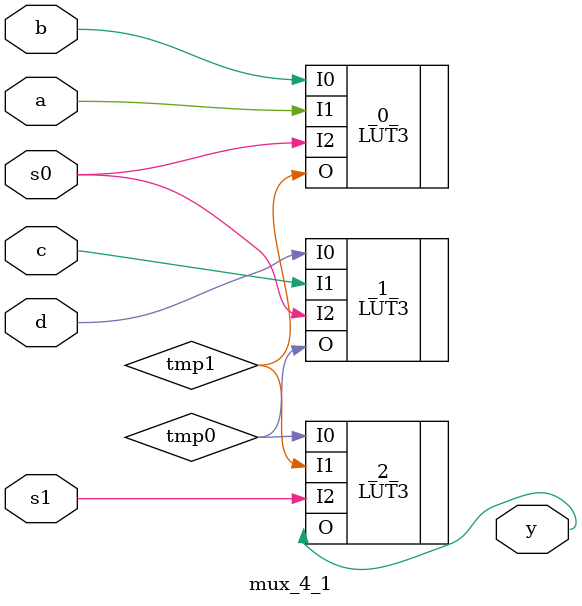
<source format=v>

module mux_4_1 (
    a,
    b,
    c,
    d,
    s0,
    s1,
    y
);
  input a;
  wire a;
  input b;
  wire b;
  input c;
  wire c;
  input d;
  wire d;
  input s0;
  wire s0;
  input s1;
  wire s1;
  output y;
  wire y;
  wire tmp0;
  wire tmp1;
  LUT3 #(
      .INIT(8'hCA)
  ) _0_ (
      .I0(b),
      .I1(a),
      .I2(s0),
      .O (tmp1)
  );
  LUT3 #(
      .INIT(8'hCA)
  ) _1_ (
      .I0(d),
      .I1(c),
      .I2(s0),
      .O (tmp0)
  );
  LUT3 #(
      .INIT(8'hCA)
  ) _2_ (
      .I0(tmp0),
      .I1(tmp1),
      .I2(s1),
      .O (y)
  );
  // CHECK: (LUT 202 s1 (LUT 202 s0 a b) (LUT 202 s0 c d))
endmodule

</source>
